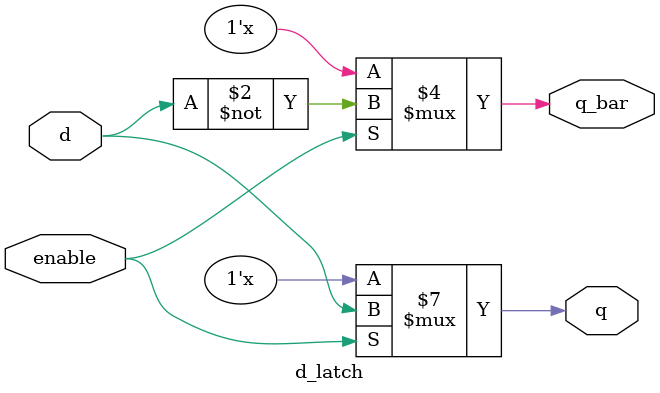
<source format=v>
`timescale 1ns / 1ps

module d_latch (
    input wire d,
    input wire enable,
    output reg q,
    output reg q_bar
);
    always @(*) begin
        if (enable) begin
            q = d;
            q_bar = ~d;
        end
    end
endmodule

</source>
